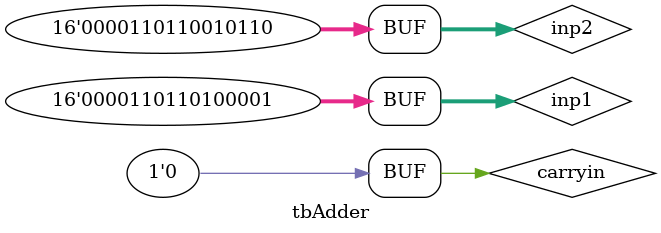
<source format=v>
module carrySkipAdder16(input[15:0] a,
                  input[15:0] b,
                  input cin,
                  output[15:0] sum,
                  output cout);
    wire p[2:0];
    wire c[3:0];
    
    
    skip sk0(.a(a[3:0]), .b(b[3:0]), .cin(cin), .cout(c[0]), .p(p[0]));
    skip sk1(.a(a[7:4]), .b(b[7:4]), .cin(c[0]), .cout(c[1]), .p(p[1]));
    skip sk2(.a(a[11:8]), .b(b[11:8]) , .cin(c[1]) , .cout(c[2]) , .p(p[2]));
    skip sk3(.a(a[15:12]), .b(b[15:12]), .cin(c[2]) , .cout(c[3]) , .p(cout));
 

    rippleCarryAdder4 rca0(.A(a[3:0]), .B(b[3:0]), .cin(cin), .cout(c[0]), .S(sum[3:0]));
    rippleCarryAdder4 rca1(.A(a[7:4]), .B(b[7:4]), .cin(p[0]), .cout(c[1]), .S(sum[7:4]));
    rippleCarryAdder4 rca2(.A(a[11:8]), .B(b[11:8]), .cin(p[1]), .cout(c[2]) , .S(sum[11:8]));
    rippleCarryAdder4 rca3(.A(a[15:12]), .B(b[15:12]) , .cin(p[2]) , .cout(c[3]) , .S(sum[15:12]));                 
        
endmodule
            
module rippleCarryAdder4(input[3:0] A,
                        input[3:0] B,
                        input cin,
                        output[3:0] S,
                        output cout);
    wire c[2:0];
    FullAdderr fa0(.A(A[0]) , .B(B[0]) , .cin(cin)  , .cout(c[0]) , .sum(S[0]));
    FullAdderr fa1(.A(A[1]) , .B(B[1]) , .cin(c[0]) , .cout(c[1]) , .sum(S[1]));
    FullAdderr fa2(.A(A[2]) , .B(B[2]) , .cin(c[1]) , .cout(c[2]) , .sum(S[2]));
    FullAdderr fa3(.A(A[3]) , .B(B[3]) , .cin(c[2]) , .cout(cout) , .sum(S[3]));
                        
endmodule

module FullAdderr(input A,
                  input B,
                  input cin,
                  output sum,
                  output cout);
   assign sum = A ^ B ^ cin;
   assign cout = (A & B) | (B & cin) | (A & cin);
endmodule

//sahar nadem va pashiman az module nanevshtan


module skip(input[3:0] a,
            input[3:0] b,
            input cin,
            input cout,
            output p);  
    assign p = ((a[0] ^ b[0]) & (a[1] ^ b[1]) & (a[2] ^ b[2]) & (a[3] ^ b[3]) & cin) | cout;
   
        
endmodule



module tbAdder;
reg[15:0] inp1,inp2;
reg carryin;
wire carryout;
wire[15:0] sum;

initial begin
  inp1 = 0;
  inp2 = 0;
  carryin = 0;
end
always 
begin
  #10 inp1 = 16'd 1024;
  #10 inp2 = 16'd 300;
  #10 inp1 = 16'd 399;
  #10 inp2 = 16'd 11012;
  #10 inp1 = 16'd 1331;
  #10 inp2 = 16'd 1433;
  #10 inp1 = 16'd 6454;
  #10 inp2 = 16'd 1234;
  #10 inp1 = 16'd 1434;
  #10 inp2 = 16'd 444;
  #10 inp1 = 16'd 655;
  #10 inp2 = 16'd 245;
  #10 inp1 = 16'd 1123;
  #10 inp2 = 16'd 443;
  #10 inp1 = 16'd 1342;
  #10 inp2 = 16'd 5813;
  #10 inp1 = 16'd 827;
  #10 inp2 = 16'd 1374;
  #10 inp1 = 16'd 1375;
  #10 inp2 = 16'd 9083;
  #10 inp1 = 16'd 4587;
  #10 inp2 = 16'd 1435;
  #10 inp1 = 16'd 5675;
  #10 inp2 = 16'd 5786;
  #10 inp1 = 16'd 2345;
  #10 inp2 = 16'd 9;
  #10 inp1 = 16'd 1989;
  #10 inp2 = 16'd 3120;
  #10 inp1 = 16'd 3489;
  inp2 = 16'd 3478;
end

carrySkipAdder16 CSA(.a(inp1),.b(inp2) , .cin(carryin) , .sum(sum) , .cout(carryout));
endmodule 



                  
</source>
